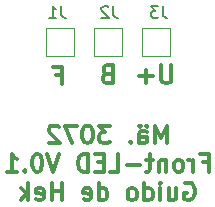
<source format=gbo>
G04 #@! TF.GenerationSoftware,KiCad,Pcbnew,(6.0.0)*
G04 #@! TF.CreationDate,2021-12-31T14:26:10+01:00*
G04 #@! TF.ProjectId,marklin-v100-led-front-pcb,6d61726b-6c69-46e2-9d76-3130302d6c65,0.1*
G04 #@! TF.SameCoordinates,Original*
G04 #@! TF.FileFunction,Legend,Bot*
G04 #@! TF.FilePolarity,Positive*
%FSLAX46Y46*%
G04 Gerber Fmt 4.6, Leading zero omitted, Abs format (unit mm)*
G04 Created by KiCad (PCBNEW (6.0.0)) date 2021-12-31 14:26:10*
%MOMM*%
%LPD*%
G01*
G04 APERTURE LIST*
%ADD10C,0.300000*%
%ADD11C,0.150000*%
%ADD12C,0.120000*%
%ADD13R,2.000000X2.000000*%
G04 APERTURE END LIST*
D10*
X103832857Y-68950357D02*
X103618571Y-69021785D01*
X103547142Y-69093214D01*
X103475714Y-69236071D01*
X103475714Y-69450357D01*
X103547142Y-69593214D01*
X103618571Y-69664642D01*
X103761428Y-69736071D01*
X104332857Y-69736071D01*
X104332857Y-68236071D01*
X103832857Y-68236071D01*
X103690000Y-68307500D01*
X103618571Y-68378928D01*
X103547142Y-68521785D01*
X103547142Y-68664642D01*
X103618571Y-68807500D01*
X103690000Y-68878928D01*
X103832857Y-68950357D01*
X104332857Y-68950357D01*
X108904285Y-74821071D02*
X108904285Y-73321071D01*
X108404285Y-74392500D01*
X107904285Y-73321071D01*
X107904285Y-74821071D01*
X106547142Y-74821071D02*
X106547142Y-74035357D01*
X106618571Y-73892500D01*
X106761428Y-73821071D01*
X107047142Y-73821071D01*
X107190000Y-73892500D01*
X106547142Y-74749642D02*
X106690000Y-74821071D01*
X107047142Y-74821071D01*
X107190000Y-74749642D01*
X107261428Y-74606785D01*
X107261428Y-74463928D01*
X107190000Y-74321071D01*
X107047142Y-74249642D01*
X106690000Y-74249642D01*
X106547142Y-74178214D01*
X107190000Y-73321071D02*
X107118571Y-73392500D01*
X107190000Y-73463928D01*
X107261428Y-73392500D01*
X107190000Y-73321071D01*
X107190000Y-73463928D01*
X106618571Y-73321071D02*
X106547142Y-73392500D01*
X106618571Y-73463928D01*
X106690000Y-73392500D01*
X106618571Y-73321071D01*
X106618571Y-73463928D01*
X105832857Y-74678214D02*
X105761428Y-74749642D01*
X105832857Y-74821071D01*
X105904285Y-74749642D01*
X105832857Y-74678214D01*
X105832857Y-74821071D01*
X104118571Y-73321071D02*
X103190000Y-73321071D01*
X103690000Y-73892500D01*
X103475714Y-73892500D01*
X103332857Y-73963928D01*
X103261428Y-74035357D01*
X103190000Y-74178214D01*
X103190000Y-74535357D01*
X103261428Y-74678214D01*
X103332857Y-74749642D01*
X103475714Y-74821071D01*
X103904285Y-74821071D01*
X104047142Y-74749642D01*
X104118571Y-74678214D01*
X102261428Y-73321071D02*
X102118571Y-73321071D01*
X101975714Y-73392500D01*
X101904285Y-73463928D01*
X101832857Y-73606785D01*
X101761428Y-73892500D01*
X101761428Y-74249642D01*
X101832857Y-74535357D01*
X101904285Y-74678214D01*
X101975714Y-74749642D01*
X102118571Y-74821071D01*
X102261428Y-74821071D01*
X102404285Y-74749642D01*
X102475714Y-74678214D01*
X102547142Y-74535357D01*
X102618571Y-74249642D01*
X102618571Y-73892500D01*
X102547142Y-73606785D01*
X102475714Y-73463928D01*
X102404285Y-73392500D01*
X102261428Y-73321071D01*
X101261428Y-73321071D02*
X100261428Y-73321071D01*
X100904285Y-74821071D01*
X99761428Y-73463928D02*
X99690000Y-73392500D01*
X99547142Y-73321071D01*
X99190000Y-73321071D01*
X99047142Y-73392500D01*
X98975714Y-73463928D01*
X98904285Y-73606785D01*
X98904285Y-73749642D01*
X98975714Y-73963928D01*
X99832857Y-74821071D01*
X98904285Y-74821071D01*
X111940000Y-76450357D02*
X112440000Y-76450357D01*
X112440000Y-77236071D02*
X112440000Y-75736071D01*
X111725714Y-75736071D01*
X111154285Y-77236071D02*
X111154285Y-76236071D01*
X111154285Y-76521785D02*
X111082857Y-76378928D01*
X111011428Y-76307500D01*
X110868571Y-76236071D01*
X110725714Y-76236071D01*
X110011428Y-77236071D02*
X110154285Y-77164642D01*
X110225714Y-77093214D01*
X110297142Y-76950357D01*
X110297142Y-76521785D01*
X110225714Y-76378928D01*
X110154285Y-76307500D01*
X110011428Y-76236071D01*
X109797142Y-76236071D01*
X109654285Y-76307500D01*
X109582857Y-76378928D01*
X109511428Y-76521785D01*
X109511428Y-76950357D01*
X109582857Y-77093214D01*
X109654285Y-77164642D01*
X109797142Y-77236071D01*
X110011428Y-77236071D01*
X108868571Y-76236071D02*
X108868571Y-77236071D01*
X108868571Y-76378928D02*
X108797142Y-76307500D01*
X108654285Y-76236071D01*
X108440000Y-76236071D01*
X108297142Y-76307500D01*
X108225714Y-76450357D01*
X108225714Y-77236071D01*
X107725714Y-76236071D02*
X107154285Y-76236071D01*
X107511428Y-75736071D02*
X107511428Y-77021785D01*
X107440000Y-77164642D01*
X107297142Y-77236071D01*
X107154285Y-77236071D01*
X106654285Y-76664642D02*
X105511428Y-76664642D01*
X104082857Y-77236071D02*
X104797142Y-77236071D01*
X104797142Y-75736071D01*
X103582857Y-76450357D02*
X103082857Y-76450357D01*
X102868571Y-77236071D02*
X103582857Y-77236071D01*
X103582857Y-75736071D01*
X102868571Y-75736071D01*
X102225714Y-77236071D02*
X102225714Y-75736071D01*
X101868571Y-75736071D01*
X101654285Y-75807500D01*
X101511428Y-75950357D01*
X101440000Y-76093214D01*
X101368571Y-76378928D01*
X101368571Y-76593214D01*
X101440000Y-76878928D01*
X101511428Y-77021785D01*
X101654285Y-77164642D01*
X101868571Y-77236071D01*
X102225714Y-77236071D01*
X99797142Y-75736071D02*
X99297142Y-77236071D01*
X98797142Y-75736071D01*
X98011428Y-75736071D02*
X97868571Y-75736071D01*
X97725714Y-75807500D01*
X97654285Y-75878928D01*
X97582857Y-76021785D01*
X97511428Y-76307500D01*
X97511428Y-76664642D01*
X97582857Y-76950357D01*
X97654285Y-77093214D01*
X97725714Y-77164642D01*
X97868571Y-77236071D01*
X98011428Y-77236071D01*
X98154285Y-77164642D01*
X98225714Y-77093214D01*
X98297142Y-76950357D01*
X98368571Y-76664642D01*
X98368571Y-76307500D01*
X98297142Y-76021785D01*
X98225714Y-75878928D01*
X98154285Y-75807500D01*
X98011428Y-75736071D01*
X96868571Y-77093214D02*
X96797142Y-77164642D01*
X96868571Y-77236071D01*
X96940000Y-77164642D01*
X96868571Y-77093214D01*
X96868571Y-77236071D01*
X95368571Y-77236071D02*
X96225714Y-77236071D01*
X95797142Y-77236071D02*
X95797142Y-75736071D01*
X95940000Y-75950357D01*
X96082857Y-76093214D01*
X96225714Y-76164642D01*
X110440000Y-78222500D02*
X110582857Y-78151071D01*
X110797142Y-78151071D01*
X111011428Y-78222500D01*
X111154285Y-78365357D01*
X111225714Y-78508214D01*
X111297142Y-78793928D01*
X111297142Y-79008214D01*
X111225714Y-79293928D01*
X111154285Y-79436785D01*
X111011428Y-79579642D01*
X110797142Y-79651071D01*
X110654285Y-79651071D01*
X110440000Y-79579642D01*
X110368571Y-79508214D01*
X110368571Y-79008214D01*
X110654285Y-79008214D01*
X109082857Y-78651071D02*
X109082857Y-79651071D01*
X109725714Y-78651071D02*
X109725714Y-79436785D01*
X109654285Y-79579642D01*
X109511428Y-79651071D01*
X109297142Y-79651071D01*
X109154285Y-79579642D01*
X109082857Y-79508214D01*
X108368571Y-79651071D02*
X108368571Y-78651071D01*
X108368571Y-78151071D02*
X108440000Y-78222500D01*
X108368571Y-78293928D01*
X108297142Y-78222500D01*
X108368571Y-78151071D01*
X108368571Y-78293928D01*
X107011428Y-79651071D02*
X107011428Y-78151071D01*
X107011428Y-79579642D02*
X107154285Y-79651071D01*
X107440000Y-79651071D01*
X107582857Y-79579642D01*
X107654285Y-79508214D01*
X107725714Y-79365357D01*
X107725714Y-78936785D01*
X107654285Y-78793928D01*
X107582857Y-78722500D01*
X107440000Y-78651071D01*
X107154285Y-78651071D01*
X107011428Y-78722500D01*
X106082857Y-79651071D02*
X106225714Y-79579642D01*
X106297142Y-79508214D01*
X106368571Y-79365357D01*
X106368571Y-78936785D01*
X106297142Y-78793928D01*
X106225714Y-78722500D01*
X106082857Y-78651071D01*
X105868571Y-78651071D01*
X105725714Y-78722500D01*
X105654285Y-78793928D01*
X105582857Y-78936785D01*
X105582857Y-79365357D01*
X105654285Y-79508214D01*
X105725714Y-79579642D01*
X105868571Y-79651071D01*
X106082857Y-79651071D01*
X103154285Y-79651071D02*
X103154285Y-78151071D01*
X103154285Y-79579642D02*
X103297142Y-79651071D01*
X103582857Y-79651071D01*
X103725714Y-79579642D01*
X103797142Y-79508214D01*
X103868571Y-79365357D01*
X103868571Y-78936785D01*
X103797142Y-78793928D01*
X103725714Y-78722500D01*
X103582857Y-78651071D01*
X103297142Y-78651071D01*
X103154285Y-78722500D01*
X101868571Y-79579642D02*
X102011428Y-79651071D01*
X102297142Y-79651071D01*
X102440000Y-79579642D01*
X102511428Y-79436785D01*
X102511428Y-78865357D01*
X102440000Y-78722500D01*
X102297142Y-78651071D01*
X102011428Y-78651071D01*
X101868571Y-78722500D01*
X101797142Y-78865357D01*
X101797142Y-79008214D01*
X102511428Y-79151071D01*
X100011428Y-79651071D02*
X100011428Y-78151071D01*
X100011428Y-78865357D02*
X99154285Y-78865357D01*
X99154285Y-79651071D02*
X99154285Y-78151071D01*
X97868571Y-79579642D02*
X98011428Y-79651071D01*
X98297142Y-79651071D01*
X98440000Y-79579642D01*
X98511428Y-79436785D01*
X98511428Y-78865357D01*
X98440000Y-78722500D01*
X98297142Y-78651071D01*
X98011428Y-78651071D01*
X97868571Y-78722500D01*
X97797142Y-78865357D01*
X97797142Y-79008214D01*
X98511428Y-79151071D01*
X97154285Y-79651071D02*
X97154285Y-78151071D01*
X97011428Y-79079642D02*
X96582857Y-79651071D01*
X96582857Y-78651071D02*
X97154285Y-79222500D01*
X109297142Y-68236071D02*
X109297142Y-69450357D01*
X109225714Y-69593214D01*
X109154285Y-69664642D01*
X109011428Y-69736071D01*
X108725714Y-69736071D01*
X108582857Y-69664642D01*
X108511428Y-69593214D01*
X108440000Y-69450357D01*
X108440000Y-68236071D01*
X107725714Y-69164642D02*
X106582857Y-69164642D01*
X107154285Y-69736071D02*
X107154285Y-68593214D01*
X99525714Y-69050357D02*
X100025714Y-69050357D01*
X100025714Y-69836071D02*
X100025714Y-68336071D01*
X99311428Y-68336071D01*
D11*
X99973333Y-63209880D02*
X99973333Y-63924166D01*
X100020952Y-64067023D01*
X100116190Y-64162261D01*
X100259047Y-64209880D01*
X100354285Y-64209880D01*
X98973333Y-64209880D02*
X99544761Y-64209880D01*
X99259047Y-64209880D02*
X99259047Y-63209880D01*
X99354285Y-63352738D01*
X99449523Y-63447976D01*
X99544761Y-63495595D01*
X108573333Y-63209880D02*
X108573333Y-63924166D01*
X108620952Y-64067023D01*
X108716190Y-64162261D01*
X108859047Y-64209880D01*
X108954285Y-64209880D01*
X108192380Y-63209880D02*
X107573333Y-63209880D01*
X107906666Y-63590833D01*
X107763809Y-63590833D01*
X107668571Y-63638452D01*
X107620952Y-63686071D01*
X107573333Y-63781309D01*
X107573333Y-64019404D01*
X107620952Y-64114642D01*
X107668571Y-64162261D01*
X107763809Y-64209880D01*
X108049523Y-64209880D01*
X108144761Y-64162261D01*
X108192380Y-64114642D01*
X104373333Y-63209880D02*
X104373333Y-63924166D01*
X104420952Y-64067023D01*
X104516190Y-64162261D01*
X104659047Y-64209880D01*
X104754285Y-64209880D01*
X103944761Y-63305119D02*
X103897142Y-63257500D01*
X103801904Y-63209880D01*
X103563809Y-63209880D01*
X103468571Y-63257500D01*
X103420952Y-63305119D01*
X103373333Y-63400357D01*
X103373333Y-63495595D01*
X103420952Y-63638452D01*
X103992380Y-64209880D01*
X103373333Y-64209880D01*
D12*
X101090000Y-65057500D02*
X98690000Y-65057500D01*
X98690000Y-67457500D02*
X101090000Y-67457500D01*
X101090000Y-67457500D02*
X101090000Y-65057500D01*
X98690000Y-65057500D02*
X98690000Y-67457500D01*
X109190000Y-65057500D02*
X106790000Y-65057500D01*
X106790000Y-65057500D02*
X106790000Y-67457500D01*
X109190000Y-67457500D02*
X109190000Y-65057500D01*
X106790000Y-67457500D02*
X109190000Y-67457500D01*
X105140000Y-67457500D02*
X105140000Y-65057500D01*
X105140000Y-65057500D02*
X102740000Y-65057500D01*
X102740000Y-67457500D02*
X105140000Y-67457500D01*
X102740000Y-65057500D02*
X102740000Y-67457500D01*
%LPC*%
D13*
X99890000Y-66257500D03*
X107990000Y-66257500D03*
X103940000Y-66257500D03*
M02*

</source>
